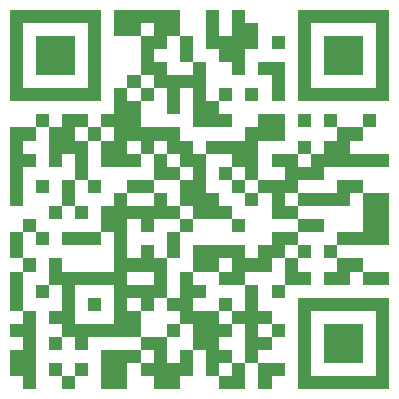
<source format=gbr>
G04 #@! TF.GenerationSoftware,KiCad,Pcbnew,8.0.6*
G04 #@! TF.CreationDate,2025-10-23T00:14:21-07:00*
G04 #@! TF.ProjectId,PCB_Business_Card,5043425f-4275-4736-996e-6573735f4361,rev?*
G04 #@! TF.SameCoordinates,Original*
G04 #@! TF.FileFunction,Soldermask,Bot*
G04 #@! TF.FilePolarity,Negative*
%FSLAX46Y46*%
G04 Gerber Fmt 4.6, Leading zero omitted, Abs format (unit mm)*
G04 Created by KiCad (PCBNEW 8.0.6) date 2025-10-23 00:14:21*
%MOMM*%
%LPD*%
G01*
G04 APERTURE LIST*
%ADD10C,0.000000*%
G04 APERTURE END LIST*
D10*
G36*
X123562882Y-58499127D02*
G01*
X123562882Y-60162882D01*
X121899126Y-60162882D01*
X120235371Y-60162882D01*
X120235371Y-58499127D01*
X120235371Y-56835371D01*
X121899126Y-56835371D01*
X123562882Y-56835371D01*
X123562882Y-58499127D01*
G37*
G36*
X121344541Y-69590830D02*
G01*
X121344541Y-70145415D01*
X120789956Y-70145415D01*
X120235371Y-70145415D01*
X120235371Y-69590830D01*
X120235371Y-69036245D01*
X120789956Y-69036245D01*
X121344541Y-69036245D01*
X121344541Y-69590830D01*
G37*
G36*
X121344541Y-78464192D02*
G01*
X121344541Y-79018777D01*
X120789956Y-79018777D01*
X120235371Y-79018777D01*
X120235371Y-78464192D01*
X120235371Y-77909607D01*
X120789956Y-77909607D01*
X121344541Y-77909607D01*
X121344541Y-78464192D01*
G37*
G36*
X122453712Y-71809170D02*
G01*
X122453712Y-72363756D01*
X121899126Y-72363756D01*
X121344541Y-72363756D01*
X121344541Y-71809170D01*
X121344541Y-71254585D01*
X121899126Y-71254585D01*
X122453712Y-71254585D01*
X122453712Y-71809170D01*
G37*
G36*
X122453712Y-82900874D02*
G01*
X122453712Y-83455459D01*
X121899126Y-83455459D01*
X121344541Y-83455459D01*
X121344541Y-82900874D01*
X121344541Y-82346288D01*
X121899126Y-82346288D01*
X122453712Y-82346288D01*
X122453712Y-82900874D01*
G37*
G36*
X125781223Y-74027511D02*
G01*
X125781223Y-74582096D01*
X124117467Y-74582096D01*
X122453712Y-74582096D01*
X122453712Y-74027511D01*
X122453712Y-73472926D01*
X124117467Y-73472926D01*
X125781223Y-73472926D01*
X125781223Y-74027511D01*
G37*
G36*
X125781223Y-79573363D02*
G01*
X125781223Y-80127948D01*
X125226637Y-80127948D01*
X124672052Y-80127948D01*
X124672052Y-79573363D01*
X124672052Y-79018777D01*
X125226637Y-79018777D01*
X125781223Y-79018777D01*
X125781223Y-79573363D01*
G37*
G36*
X132436244Y-74582096D02*
G01*
X132436244Y-75691267D01*
X131881659Y-75691267D01*
X131327074Y-75691267D01*
X131327074Y-74582096D01*
X131327074Y-73472926D01*
X131881659Y-73472926D01*
X132436244Y-73472926D01*
X132436244Y-74582096D01*
G37*
G36*
X132436244Y-81791703D02*
G01*
X132436244Y-82346288D01*
X131881659Y-82346288D01*
X131327074Y-82346288D01*
X131327074Y-81791703D01*
X131327074Y-81237118D01*
X131881659Y-81237118D01*
X132436244Y-81237118D01*
X132436244Y-81791703D01*
G37*
G36*
X133545415Y-72918341D02*
G01*
X133545415Y-73472926D01*
X132990830Y-73472926D01*
X132436244Y-73472926D01*
X132436244Y-72918341D01*
X132436244Y-72363756D01*
X132990830Y-72363756D01*
X133545415Y-72363756D01*
X133545415Y-72918341D01*
G37*
G36*
X136872926Y-79573363D02*
G01*
X136872926Y-80127948D01*
X136318340Y-80127948D01*
X135763755Y-80127948D01*
X135763755Y-79573363D01*
X135763755Y-79018777D01*
X136318340Y-79018777D01*
X136872926Y-79018777D01*
X136872926Y-79573363D01*
G37*
G36*
X137982096Y-72918341D02*
G01*
X137982096Y-73472926D01*
X137427511Y-73472926D01*
X136872926Y-73472926D01*
X136872926Y-72918341D01*
X136872926Y-72363756D01*
X137427511Y-72363756D01*
X137982096Y-72363756D01*
X137982096Y-72918341D01*
G37*
G36*
X139091266Y-61826638D02*
G01*
X139091266Y-62381223D01*
X138536681Y-62381223D01*
X137982096Y-62381223D01*
X137982096Y-61826638D01*
X137982096Y-61272053D01*
X138536681Y-61272053D01*
X139091266Y-61272053D01*
X139091266Y-61826638D01*
G37*
G36*
X141309607Y-57389956D02*
G01*
X141309607Y-57944542D01*
X140755022Y-57944542D01*
X140200437Y-57944542D01*
X140200437Y-57389956D01*
X140200437Y-56835371D01*
X140755022Y-56835371D01*
X141309607Y-56835371D01*
X141309607Y-57389956D01*
G37*
G36*
X141309607Y-78464192D02*
G01*
X141309607Y-79018777D01*
X140755022Y-79018777D01*
X140200437Y-79018777D01*
X140200437Y-78464192D01*
X140200437Y-77909607D01*
X140755022Y-77909607D01*
X141309607Y-77909607D01*
X141309607Y-78464192D01*
G37*
G36*
X143527947Y-64044978D02*
G01*
X143527947Y-64599563D01*
X142973362Y-64599563D01*
X142418777Y-64599563D01*
X142418777Y-64044978D01*
X142418777Y-63490393D01*
X142973362Y-63490393D01*
X143527947Y-63490393D01*
X143527947Y-64044978D01*
G37*
G36*
X147964629Y-58499127D02*
G01*
X147964629Y-60162882D01*
X146300873Y-60162882D01*
X144637118Y-60162882D01*
X144637118Y-58499127D01*
X144637118Y-56835371D01*
X146300873Y-56835371D01*
X147964629Y-56835371D01*
X147964629Y-58499127D01*
G37*
G36*
X147964629Y-82900874D02*
G01*
X147964629Y-84564629D01*
X146300873Y-84564629D01*
X144637118Y-84564629D01*
X144637118Y-82900874D01*
X144637118Y-81237118D01*
X146300873Y-81237118D01*
X147964629Y-81237118D01*
X147964629Y-82900874D01*
G37*
G36*
X141309607Y-60717467D02*
G01*
X141309607Y-62381223D01*
X140755022Y-62381223D01*
X140200437Y-62381223D01*
X140200437Y-61272053D01*
X140200437Y-60162882D01*
X139645851Y-60162882D01*
X139091266Y-60162882D01*
X139091266Y-59608297D01*
X139091266Y-59053712D01*
X140200437Y-59053712D01*
X141309607Y-59053712D01*
X141309607Y-60717467D01*
G37*
G36*
X119680786Y-75691267D02*
G01*
X120235371Y-75691267D01*
X120235371Y-76245852D01*
X120235371Y-76800437D01*
X119680786Y-76800437D01*
X119126201Y-76800437D01*
X119126201Y-76245852D01*
X119126201Y-75691267D01*
X119680786Y-75691267D01*
G37*
G36*
X119126201Y-74582096D02*
G01*
X119126201Y-75691267D01*
X118571616Y-75691267D01*
X118017030Y-75691267D01*
X118017030Y-74582096D01*
X118017030Y-73472926D01*
X118571616Y-73472926D01*
X119126201Y-73472926D01*
X119126201Y-74582096D01*
G37*
G36*
X120789956Y-73472926D02*
G01*
X121344541Y-73472926D01*
X121344541Y-74027511D01*
X121344541Y-74582096D01*
X120789956Y-74582096D01*
X120235371Y-74582096D01*
X120235371Y-74027511D01*
X120235371Y-73472926D01*
X120789956Y-73472926D01*
G37*
G36*
X120235371Y-72918341D02*
G01*
X120235371Y-73472926D01*
X119680786Y-73472926D01*
X119126201Y-73472926D01*
X119126201Y-72918341D01*
X119126201Y-72363756D01*
X119680786Y-72363756D01*
X120235371Y-72363756D01*
X120235371Y-72918341D01*
G37*
G36*
X124117467Y-71254585D02*
G01*
X124672052Y-71254585D01*
X124672052Y-71809170D01*
X124672052Y-72363756D01*
X124117467Y-72363756D01*
X123562882Y-72363756D01*
X123562882Y-71809170D01*
X123562882Y-71254585D01*
X124117467Y-71254585D01*
G37*
G36*
X123562882Y-70145415D02*
G01*
X123562882Y-71254585D01*
X123008297Y-71254585D01*
X122453712Y-71254585D01*
X122453712Y-70145415D01*
X122453712Y-69036245D01*
X123008297Y-69036245D01*
X123562882Y-69036245D01*
X123562882Y-70145415D01*
G37*
G36*
X125781223Y-62381223D02*
G01*
X121899126Y-62381223D01*
X118017030Y-62381223D01*
X118017030Y-58499127D01*
X118017030Y-55726201D01*
X119126201Y-55726201D01*
X119126201Y-58499127D01*
X119126201Y-61272053D01*
X121899126Y-61272053D01*
X124672052Y-61272053D01*
X124672052Y-58499127D01*
X124672052Y-55726201D01*
X121899126Y-55726201D01*
X119126201Y-55726201D01*
X118017030Y-55726201D01*
X118017030Y-54617031D01*
X121899126Y-54617031D01*
X125781223Y-54617031D01*
X125781223Y-58499127D01*
X125781223Y-62381223D01*
G37*
G36*
X150182969Y-62381223D02*
G01*
X146300873Y-62381223D01*
X142418777Y-62381223D01*
X142418777Y-58499127D01*
X142418777Y-55726201D01*
X143527947Y-55726201D01*
X143527947Y-58499127D01*
X143527947Y-61272053D01*
X146300873Y-61272053D01*
X149073799Y-61272053D01*
X149073799Y-58499127D01*
X149073799Y-55726201D01*
X146300873Y-55726201D01*
X143527947Y-55726201D01*
X142418777Y-55726201D01*
X142418777Y-54617031D01*
X146300873Y-54617031D01*
X150182969Y-54617031D01*
X150182969Y-58499127D01*
X150182969Y-62381223D01*
G37*
G36*
X150182969Y-86782970D02*
G01*
X146300873Y-86782970D01*
X142418777Y-86782970D01*
X142418777Y-82900874D01*
X142418777Y-80127948D01*
X143527947Y-80127948D01*
X143527947Y-82900874D01*
X143527947Y-85673799D01*
X146300873Y-85673799D01*
X149073799Y-85673799D01*
X149073799Y-82900874D01*
X149073799Y-80127948D01*
X146300873Y-80127948D01*
X143527947Y-80127948D01*
X142418777Y-80127948D01*
X142418777Y-79018777D01*
X146300873Y-79018777D01*
X150182969Y-79018777D01*
X150182969Y-82900874D01*
X150182969Y-86782970D01*
G37*
G36*
X120235371Y-65154149D02*
G01*
X120235371Y-65708734D01*
X119680786Y-65708734D01*
X119126201Y-65708734D01*
X119126201Y-66263319D01*
X119126201Y-66817904D01*
X119680786Y-66817904D01*
X120235371Y-66817904D01*
X120235371Y-67372489D01*
X120235371Y-67927074D01*
X119680786Y-67927074D01*
X119126201Y-67927074D01*
X119126201Y-69590830D01*
X119126201Y-71254585D01*
X118571616Y-71254585D01*
X118017030Y-71254585D01*
X118017030Y-67927074D01*
X118017030Y-64599563D01*
X119126201Y-64599563D01*
X120235371Y-64599563D01*
X120235371Y-65154149D01*
G37*
G36*
X122453712Y-85119214D02*
G01*
X122453712Y-85673799D01*
X123008297Y-85673799D01*
X123562882Y-85673799D01*
X123562882Y-85119214D01*
X123562882Y-84564629D01*
X124117467Y-84564629D01*
X124672052Y-84564629D01*
X124672052Y-85119214D01*
X124672052Y-85673799D01*
X124117467Y-85673799D01*
X123562882Y-85673799D01*
X123562882Y-86228384D01*
X123562882Y-86782970D01*
X123008297Y-86782970D01*
X122453712Y-86782970D01*
X122453712Y-86228384D01*
X122453712Y-85673799D01*
X121899126Y-85673799D01*
X121344541Y-85673799D01*
X121344541Y-85119214D01*
X121344541Y-84564629D01*
X121899126Y-84564629D01*
X122453712Y-84564629D01*
X122453712Y-85119214D01*
G37*
G36*
X138536681Y-70145415D02*
G01*
X139091266Y-70145415D01*
X139091266Y-70700000D01*
X139091266Y-71254585D01*
X138536681Y-71254585D01*
X137982096Y-71254585D01*
X137982096Y-70700000D01*
X137982096Y-70145415D01*
X138536681Y-70145415D01*
G37*
G36*
X137427511Y-69036245D02*
G01*
X137982096Y-69036245D01*
X137982096Y-69590830D01*
X137982096Y-70145415D01*
X137427511Y-70145415D01*
X136872926Y-70145415D01*
X136872926Y-69590830D01*
X136872926Y-69036245D01*
X137427511Y-69036245D01*
G37*
G36*
X136872926Y-68481660D02*
G01*
X136872926Y-69036245D01*
X136318340Y-69036245D01*
X135763755Y-69036245D01*
X135763755Y-68481660D01*
X135763755Y-67927074D01*
X136318340Y-67927074D01*
X136872926Y-67927074D01*
X136872926Y-68481660D01*
G37*
G36*
X119680786Y-80127948D02*
G01*
X120235371Y-80127948D01*
X120235371Y-83455459D01*
X120235371Y-86782970D01*
X119680786Y-86782970D01*
X119126201Y-86782970D01*
X119126201Y-86228384D01*
X119126201Y-85673799D01*
X118571616Y-85673799D01*
X118017030Y-85673799D01*
X118017030Y-84564629D01*
X118017030Y-83455459D01*
X118571616Y-83455459D01*
X119126201Y-83455459D01*
X119126201Y-82900874D01*
X119126201Y-82346288D01*
X118571616Y-82346288D01*
X118017030Y-82346288D01*
X118017030Y-81791703D01*
X118017030Y-81237118D01*
X118571616Y-81237118D01*
X119126201Y-81237118D01*
X119126201Y-80682533D01*
X119126201Y-80127948D01*
X119680786Y-80127948D01*
G37*
G36*
X119126201Y-78464192D02*
G01*
X119126201Y-80127948D01*
X118571616Y-80127948D01*
X118017030Y-80127948D01*
X118017030Y-78464192D01*
X118017030Y-76800437D01*
X118571616Y-76800437D01*
X119126201Y-76800437D01*
X119126201Y-78464192D01*
G37*
G36*
X135763755Y-55726201D02*
G01*
X135763755Y-56835371D01*
X136318340Y-56835371D01*
X136872926Y-56835371D01*
X136872926Y-55726201D01*
X136872926Y-54617031D01*
X137427511Y-54617031D01*
X137982096Y-54617031D01*
X137982096Y-55171616D01*
X137982096Y-55726201D01*
X138536681Y-55726201D01*
X139091266Y-55726201D01*
X139091266Y-56835371D01*
X139091266Y-57944542D01*
X138536681Y-57944542D01*
X137982096Y-57944542D01*
X137982096Y-59053712D01*
X137982096Y-60162882D01*
X137427511Y-60162882D01*
X136872926Y-60162882D01*
X136872926Y-59608297D01*
X136872926Y-59053712D01*
X136318340Y-59053712D01*
X135763755Y-59053712D01*
X135763755Y-58499127D01*
X135763755Y-57944542D01*
X135209170Y-57944542D01*
X134654585Y-57944542D01*
X134654585Y-56280786D01*
X134654585Y-54617031D01*
X135209170Y-54617031D01*
X135763755Y-54617031D01*
X135763755Y-55726201D01*
G37*
G36*
X146855458Y-75691267D02*
G01*
X147964629Y-75691267D01*
X147964629Y-76245852D01*
X147964629Y-76800437D01*
X147410044Y-76800437D01*
X146855458Y-76800437D01*
X146855458Y-77355022D01*
X146855458Y-77909607D01*
X145746288Y-77909607D01*
X144637118Y-77909607D01*
X144637118Y-77355022D01*
X144637118Y-76800437D01*
X145191703Y-76800437D01*
X145746288Y-76800437D01*
X145746288Y-76245852D01*
X145746288Y-75691267D01*
X146855458Y-75691267D01*
G37*
G36*
X149073799Y-76800437D02*
G01*
X150182969Y-76800437D01*
X150182969Y-77355022D01*
X150182969Y-77909607D01*
X149073799Y-77909607D01*
X147964629Y-77909607D01*
X147964629Y-77355022D01*
X147964629Y-76800437D01*
X149073799Y-76800437D01*
G37*
G36*
X145746288Y-75136681D02*
G01*
X145746288Y-75691267D01*
X145191703Y-75691267D01*
X144637118Y-75691267D01*
X144637118Y-75136681D01*
X144637118Y-74582096D01*
X145191703Y-74582096D01*
X145746288Y-74582096D01*
X145746288Y-75136681D01*
G37*
G36*
X130217904Y-82346288D02*
G01*
X131327074Y-82346288D01*
X131327074Y-83455459D01*
X131327074Y-84564629D01*
X131881659Y-84564629D01*
X132436244Y-84564629D01*
X132436244Y-84010044D01*
X132436244Y-83455459D01*
X132990830Y-83455459D01*
X133545415Y-83455459D01*
X133545415Y-84564629D01*
X133545415Y-85673799D01*
X132990830Y-85673799D01*
X132436244Y-85673799D01*
X132436244Y-86228384D01*
X132436244Y-86782970D01*
X131327074Y-86782970D01*
X130217904Y-86782970D01*
X130217904Y-86228384D01*
X130217904Y-85673799D01*
X129663319Y-85673799D01*
X129108733Y-85673799D01*
X129108733Y-85119214D01*
X129108733Y-84564629D01*
X128554148Y-84564629D01*
X127999563Y-84564629D01*
X127999563Y-85673799D01*
X127999563Y-86782970D01*
X126890393Y-86782970D01*
X125781223Y-86782970D01*
X125781223Y-85119214D01*
X125781223Y-83455459D01*
X127444978Y-83455459D01*
X129108733Y-83455459D01*
X129108733Y-84010044D01*
X129108733Y-84564629D01*
X129663319Y-84564629D01*
X130217904Y-84564629D01*
X130217904Y-84010044D01*
X130217904Y-83455459D01*
X129663319Y-83455459D01*
X129108733Y-83455459D01*
X129108733Y-82900874D01*
X129108733Y-82346288D01*
X130217904Y-82346288D01*
G37*
G36*
X131327074Y-79018777D02*
G01*
X131881659Y-79018777D01*
X132436244Y-79018777D01*
X132436244Y-77909607D01*
X132436244Y-76800437D01*
X132990830Y-76800437D01*
X133545415Y-76800437D01*
X133545415Y-77355022D01*
X133545415Y-77909607D01*
X134100000Y-77909607D01*
X134654585Y-77909607D01*
X134654585Y-78464192D01*
X134654585Y-79018777D01*
X134100000Y-79018777D01*
X133545415Y-79018777D01*
X133545415Y-79573363D01*
X133545415Y-80127948D01*
X134654585Y-80127948D01*
X135763755Y-80127948D01*
X135763755Y-80682533D01*
X135763755Y-81237118D01*
X136318340Y-81237118D01*
X136872926Y-81237118D01*
X136872926Y-80682533D01*
X136872926Y-80127948D01*
X137427511Y-80127948D01*
X137982096Y-80127948D01*
X137982096Y-79018777D01*
X137982096Y-77909607D01*
X138536681Y-77909607D01*
X139091266Y-77909607D01*
X139091266Y-79018777D01*
X139091266Y-80127948D01*
X139645851Y-80127948D01*
X140200437Y-80127948D01*
X140200437Y-80682533D01*
X140200437Y-81237118D01*
X139645851Y-81237118D01*
X139091266Y-81237118D01*
X139091266Y-81791703D01*
X139091266Y-82346288D01*
X139645851Y-82346288D01*
X140200437Y-82346288D01*
X140200437Y-81791703D01*
X140200437Y-81237118D01*
X140755022Y-81237118D01*
X141309607Y-81237118D01*
X141309607Y-81791703D01*
X141309607Y-82346288D01*
X140755022Y-82346288D01*
X140200437Y-82346288D01*
X140200437Y-82900874D01*
X140200437Y-83455459D01*
X139645851Y-83455459D01*
X139091266Y-83455459D01*
X139091266Y-84010044D01*
X139091266Y-84564629D01*
X138536681Y-84564629D01*
X137982096Y-84564629D01*
X137982096Y-85119214D01*
X137982096Y-85673799D01*
X137982096Y-86782970D01*
X136872926Y-86782970D01*
X135763755Y-86782970D01*
X135763755Y-86228384D01*
X135763755Y-85673799D01*
X135209170Y-85673799D01*
X134654585Y-85673799D01*
X134654585Y-84564629D01*
X135763755Y-84564629D01*
X135763755Y-85119214D01*
X135763755Y-85673799D01*
X136318340Y-85673799D01*
X136872926Y-85673799D01*
X136872926Y-85119214D01*
X136872926Y-84564629D01*
X136318340Y-84564629D01*
X135763755Y-84564629D01*
X134654585Y-84564629D01*
X134654585Y-83455459D01*
X134100000Y-83455459D01*
X133545415Y-83455459D01*
X133545415Y-82346288D01*
X135763755Y-82346288D01*
X135763755Y-82900874D01*
X135763755Y-83455459D01*
X136318340Y-83455459D01*
X136872926Y-83455459D01*
X136872926Y-84010044D01*
X136872926Y-84564629D01*
X137427511Y-84564629D01*
X137982096Y-84564629D01*
X137982096Y-82900874D01*
X137982096Y-81237118D01*
X137427511Y-81237118D01*
X136872926Y-81237118D01*
X136872926Y-81791703D01*
X136872926Y-82346288D01*
X136318340Y-82346288D01*
X135763755Y-82346288D01*
X133545415Y-82346288D01*
X133545415Y-81237118D01*
X132990830Y-81237118D01*
X132436244Y-81237118D01*
X132436244Y-80682533D01*
X132436244Y-80127948D01*
X131881659Y-80127948D01*
X131327074Y-80127948D01*
X131327074Y-79573363D01*
X131327074Y-79018777D01*
X130772489Y-79018777D01*
X130217904Y-79018777D01*
X130217904Y-79573363D01*
X130217904Y-80127948D01*
X129663319Y-80127948D01*
X129108733Y-80127948D01*
X129108733Y-79573363D01*
X129108733Y-79018777D01*
X128554148Y-79018777D01*
X127999563Y-79018777D01*
X127999563Y-79573363D01*
X127999563Y-80127948D01*
X128554148Y-80127948D01*
X129108733Y-80127948D01*
X129108733Y-81237118D01*
X129108733Y-82346288D01*
X126890393Y-82346288D01*
X124672052Y-82346288D01*
X124672052Y-82900874D01*
X124672052Y-83455459D01*
X124117467Y-83455459D01*
X123562882Y-83455459D01*
X123562882Y-82900874D01*
X123562882Y-82346288D01*
X123008297Y-82346288D01*
X122453712Y-82346288D01*
X122453712Y-81791703D01*
X122453712Y-81237118D01*
X121899126Y-81237118D01*
X121344541Y-81237118D01*
X121344541Y-80682533D01*
X121344541Y-80127948D01*
X121899126Y-80127948D01*
X122453712Y-80127948D01*
X122453712Y-79018777D01*
X122453712Y-77909607D01*
X123562882Y-77909607D01*
X123562882Y-79573363D01*
X123562882Y-81237118D01*
X125226637Y-81237118D01*
X126890393Y-81237118D01*
X126890393Y-79573363D01*
X126890393Y-77909607D01*
X125226637Y-77909607D01*
X123562882Y-77909607D01*
X122453712Y-77909607D01*
X121899126Y-77909607D01*
X121344541Y-77909607D01*
X121344541Y-76800437D01*
X121344541Y-75691267D01*
X121899126Y-75691267D01*
X122453712Y-75691267D01*
X122453712Y-76245852D01*
X122453712Y-76800437D01*
X124672052Y-76800437D01*
X126890393Y-76800437D01*
X127999563Y-76800437D01*
X127999563Y-77355022D01*
X127999563Y-77909607D01*
X129108733Y-77909607D01*
X130217904Y-77909607D01*
X130217904Y-77355022D01*
X130217904Y-76800437D01*
X129108733Y-76800437D01*
X127999563Y-76800437D01*
X126890393Y-76800437D01*
X126890393Y-75136681D01*
X126890393Y-73472926D01*
X126335808Y-73472926D01*
X125781223Y-73472926D01*
X125781223Y-72363756D01*
X125781223Y-71254585D01*
X126335808Y-71254585D01*
X126890393Y-71254585D01*
X126890393Y-70700000D01*
X126890393Y-70145415D01*
X127444978Y-70145415D01*
X127999563Y-70145415D01*
X127999563Y-70700000D01*
X127999563Y-71254585D01*
X129108733Y-71254585D01*
X130217904Y-71254585D01*
X130217904Y-70700000D01*
X130217904Y-70145415D01*
X130772489Y-70145415D01*
X131327074Y-70145415D01*
X131327074Y-70700000D01*
X131327074Y-71254585D01*
X131881659Y-71254585D01*
X132436244Y-71254585D01*
X132436244Y-71809170D01*
X132436244Y-72363756D01*
X131327074Y-72363756D01*
X130217904Y-72363756D01*
X130217904Y-72918341D01*
X130217904Y-73472926D01*
X129663319Y-73472926D01*
X129108733Y-73472926D01*
X129108733Y-72918341D01*
X129108733Y-72363756D01*
X128554148Y-72363756D01*
X127999563Y-72363756D01*
X127999563Y-74027511D01*
X127999563Y-75691267D01*
X128554148Y-75691267D01*
X129108733Y-75691267D01*
X129108733Y-75136681D01*
X129108733Y-74582096D01*
X129663319Y-74582096D01*
X130217904Y-74582096D01*
X130217904Y-75136681D01*
X130217904Y-75691267D01*
X130772489Y-75691267D01*
X131327074Y-75691267D01*
X131327074Y-77355022D01*
X131327074Y-79018777D01*
G37*
G36*
X140200437Y-84564629D02*
G01*
X141309607Y-84564629D01*
X141309607Y-85119214D01*
X141309607Y-85673799D01*
X140755022Y-85673799D01*
X140200437Y-85673799D01*
X140200437Y-86228384D01*
X140200437Y-86782970D01*
X139645851Y-86782970D01*
X139091266Y-86782970D01*
X139091266Y-85673799D01*
X139091266Y-84564629D01*
X140200437Y-84564629D01*
G37*
G36*
X142418777Y-74027511D02*
G01*
X142418777Y-74582096D01*
X141864192Y-74582096D01*
X141309607Y-74582096D01*
X141309607Y-75136681D01*
X141309607Y-75691267D01*
X141864192Y-75691267D01*
X142418777Y-75691267D01*
X142418777Y-75136681D01*
X142418777Y-74582096D01*
X142973362Y-74582096D01*
X143527947Y-74582096D01*
X143527947Y-75136681D01*
X143527947Y-75691267D01*
X142973362Y-75691267D01*
X142418777Y-75691267D01*
X142418777Y-76245852D01*
X142418777Y-76800437D01*
X142973362Y-76800437D01*
X143527947Y-76800437D01*
X143527947Y-77355022D01*
X143527947Y-77909607D01*
X142418777Y-77909607D01*
X141309607Y-77909607D01*
X141309607Y-76800437D01*
X141309607Y-75691267D01*
X140755022Y-75691267D01*
X140200437Y-75691267D01*
X140200437Y-76245852D01*
X140200437Y-76800437D01*
X139091266Y-76800437D01*
X137982096Y-76800437D01*
X137982096Y-77355022D01*
X137982096Y-77909607D01*
X136872926Y-77909607D01*
X135763755Y-77909607D01*
X135763755Y-77355022D01*
X135763755Y-76800437D01*
X136318340Y-76800437D01*
X136872926Y-76800437D01*
X136872926Y-76245852D01*
X136872926Y-75691267D01*
X136318340Y-75691267D01*
X135763755Y-75691267D01*
X135763755Y-76245852D01*
X135763755Y-76800437D01*
X134654585Y-76800437D01*
X133545415Y-76800437D01*
X133545415Y-75691267D01*
X133545415Y-74582096D01*
X135763755Y-74582096D01*
X137982096Y-74582096D01*
X137982096Y-75136681D01*
X137982096Y-75691267D01*
X138536681Y-75691267D01*
X139091266Y-75691267D01*
X139091266Y-75136681D01*
X139091266Y-74582096D01*
X139645851Y-74582096D01*
X140200437Y-74582096D01*
X140200437Y-74027511D01*
X140200437Y-73472926D01*
X141309607Y-73472926D01*
X142418777Y-73472926D01*
X142418777Y-74027511D01*
G37*
G36*
X130217904Y-69590830D02*
G01*
X130217904Y-70145415D01*
X129108733Y-70145415D01*
X127999563Y-70145415D01*
X127999563Y-69590830D01*
X127999563Y-69036245D01*
X129108733Y-69036245D01*
X130217904Y-69036245D01*
X130217904Y-69590830D01*
G37*
G36*
X149073799Y-70145415D02*
G01*
X150182969Y-70145415D01*
X150182969Y-72363756D01*
X150182969Y-74582096D01*
X147964629Y-74582096D01*
X145746288Y-74582096D01*
X145746288Y-74027511D01*
X145746288Y-73472926D01*
X146855458Y-73472926D01*
X147964629Y-73472926D01*
X147964629Y-71809170D01*
X147964629Y-70145415D01*
X149073799Y-70145415D01*
G37*
G36*
X143527947Y-72363756D02*
G01*
X144637118Y-72363756D01*
X144637118Y-72918341D01*
X144637118Y-73472926D01*
X143527947Y-73472926D01*
X142418777Y-73472926D01*
X142418777Y-72918341D01*
X142418777Y-72363756D01*
X143527947Y-72363756D01*
G37*
G36*
X132436244Y-56835371D02*
G01*
X131881659Y-56835371D01*
X131327074Y-56835371D01*
X131327074Y-57389956D01*
X131327074Y-57944542D01*
X130772489Y-57944542D01*
X130217904Y-57944542D01*
X130217904Y-58499127D01*
X130217904Y-59053712D01*
X130772489Y-59053712D01*
X131327074Y-59053712D01*
X131327074Y-59608297D01*
X131327074Y-60162882D01*
X132436244Y-60162882D01*
X133545415Y-60162882D01*
X133545415Y-59608297D01*
X133545415Y-59053712D01*
X134100000Y-59053712D01*
X134654585Y-59053712D01*
X134654585Y-60717467D01*
X134654585Y-62381223D01*
X135209170Y-62381223D01*
X135763755Y-62381223D01*
X135763755Y-61826638D01*
X135763755Y-61272053D01*
X136318340Y-61272053D01*
X136872926Y-61272053D01*
X136872926Y-61826638D01*
X136872926Y-62381223D01*
X136318340Y-62381223D01*
X135763755Y-62381223D01*
X135763755Y-62935808D01*
X135763755Y-63490393D01*
X136318340Y-63490393D01*
X136872926Y-63490393D01*
X136872926Y-64044978D01*
X136872926Y-64599563D01*
X135209170Y-64599563D01*
X133545415Y-64599563D01*
X133545415Y-62935808D01*
X133545415Y-61272053D01*
X132990830Y-61272053D01*
X132436244Y-61272053D01*
X132436244Y-62381223D01*
X132436244Y-63490393D01*
X131881659Y-63490393D01*
X131327074Y-63490393D01*
X131327074Y-62381223D01*
X131327074Y-61272053D01*
X130772489Y-61272053D01*
X130217904Y-61272053D01*
X130217904Y-61826638D01*
X130217904Y-62381223D01*
X129663319Y-62381223D01*
X129108733Y-62381223D01*
X129108733Y-63490393D01*
X129108733Y-64599563D01*
X130772489Y-64599563D01*
X132436244Y-64599563D01*
X132436244Y-65154149D01*
X132436244Y-65708734D01*
X132990830Y-65708734D01*
X133545415Y-65708734D01*
X133545415Y-66263319D01*
X133545415Y-66817904D01*
X134100000Y-66817904D01*
X134654585Y-66817904D01*
X134654585Y-66263319D01*
X134654585Y-65708734D01*
X136318340Y-65708734D01*
X137982096Y-65708734D01*
X137982096Y-65154149D01*
X137982096Y-64599563D01*
X138536681Y-64599563D01*
X139091266Y-64599563D01*
X139091266Y-64044978D01*
X139091266Y-63490393D01*
X140200437Y-63490393D01*
X141309607Y-63490393D01*
X141309607Y-64599563D01*
X141309607Y-65708734D01*
X140200437Y-65708734D01*
X139091266Y-65708734D01*
X139091266Y-67372489D01*
X139091266Y-69036245D01*
X140200437Y-69036245D01*
X141309607Y-69036245D01*
X141309607Y-68481660D01*
X141309607Y-67927074D01*
X140755022Y-67927074D01*
X140200437Y-67927074D01*
X140200437Y-67372489D01*
X140200437Y-66817904D01*
X141309607Y-66817904D01*
X142418777Y-66817904D01*
X142418777Y-67372489D01*
X142418777Y-67927074D01*
X142973362Y-67927074D01*
X143527947Y-67927074D01*
X143527947Y-67372489D01*
X143527947Y-66817904D01*
X142973362Y-66817904D01*
X142418777Y-66817904D01*
X142418777Y-66263319D01*
X142418777Y-65708734D01*
X142973362Y-65708734D01*
X143527947Y-65708734D01*
X143527947Y-66263319D01*
X143527947Y-66817904D01*
X144082533Y-66817904D01*
X144637118Y-66817904D01*
X144637118Y-66263319D01*
X144637118Y-65708734D01*
X145191703Y-65708734D01*
X145746288Y-65708734D01*
X145746288Y-65154149D01*
X145746288Y-64599563D01*
X145191703Y-64599563D01*
X144637118Y-64599563D01*
X144637118Y-64044978D01*
X144637118Y-63490393D01*
X145191703Y-63490393D01*
X145746288Y-63490393D01*
X145746288Y-64044978D01*
X145746288Y-64599563D01*
X146855458Y-64599563D01*
X147964629Y-64599563D01*
X147964629Y-64044978D01*
X147964629Y-63490393D01*
X148519214Y-63490393D01*
X149073799Y-63490393D01*
X149073799Y-64044978D01*
X149073799Y-64599563D01*
X148519214Y-64599563D01*
X147964629Y-64599563D01*
X147964629Y-65154149D01*
X147964629Y-65708734D01*
X147410044Y-65708734D01*
X146855458Y-65708734D01*
X146855458Y-66263319D01*
X146855458Y-66817904D01*
X148519214Y-66817904D01*
X150182969Y-66817904D01*
X150182969Y-67372489D01*
X150182969Y-67927074D01*
X147410044Y-67927074D01*
X144637118Y-67927074D01*
X144637118Y-68481660D01*
X144637118Y-69036245D01*
X143527947Y-69036245D01*
X142418777Y-69036245D01*
X142418777Y-69590830D01*
X142418777Y-70145415D01*
X144082533Y-70145415D01*
X145746288Y-70145415D01*
X145746288Y-69590830D01*
X145746288Y-69036245D01*
X146855458Y-69036245D01*
X147964629Y-69036245D01*
X147964629Y-69590830D01*
X147964629Y-70145415D01*
X147410044Y-70145415D01*
X146855458Y-70145415D01*
X146855458Y-70700000D01*
X146855458Y-71254585D01*
X144637118Y-71254585D01*
X142418777Y-71254585D01*
X142418777Y-71809170D01*
X142418777Y-72363756D01*
X141309607Y-72363756D01*
X140200437Y-72363756D01*
X140200437Y-71254585D01*
X140200437Y-70145415D01*
X141309607Y-70145415D01*
X141309607Y-70700000D01*
X141309607Y-71254585D01*
X141864192Y-71254585D01*
X142418777Y-71254585D01*
X142418777Y-70700000D01*
X142418777Y-70145415D01*
X141864192Y-70145415D01*
X141309607Y-70145415D01*
X140200437Y-70145415D01*
X139645851Y-70145415D01*
X139091266Y-70145415D01*
X139091266Y-69590830D01*
X139091266Y-69036245D01*
X138536681Y-69036245D01*
X137982096Y-69036245D01*
X137982096Y-68481660D01*
X137982096Y-67927074D01*
X137427511Y-67927074D01*
X136872926Y-67927074D01*
X136872926Y-67372489D01*
X136872926Y-66817904D01*
X135763755Y-66817904D01*
X134654585Y-66817904D01*
X134654585Y-67927074D01*
X134654585Y-68481660D01*
X134654585Y-70145415D01*
X135209170Y-70145415D01*
X135763755Y-70145415D01*
X135763755Y-70700000D01*
X135763755Y-71254585D01*
X136318340Y-71254585D01*
X136872926Y-71254585D01*
X136872926Y-71809170D01*
X136872926Y-72363756D01*
X135209170Y-72363756D01*
X133545415Y-72363756D01*
X133545415Y-71809170D01*
X133545415Y-71254585D01*
X132990830Y-71254585D01*
X132436244Y-71254585D01*
X132436244Y-70145415D01*
X132436244Y-69036245D01*
X131327074Y-69036245D01*
X130217904Y-69036245D01*
X130217904Y-67927074D01*
X130217904Y-66817904D01*
X130772489Y-66817904D01*
X131327074Y-66817904D01*
X131327074Y-67372489D01*
X131327074Y-67927074D01*
X131881659Y-67927074D01*
X132436244Y-67927074D01*
X132436244Y-68481660D01*
X132436244Y-69036245D01*
X132990830Y-69036245D01*
X133545415Y-69036245D01*
X133545415Y-68481660D01*
X133545415Y-67927074D01*
X132990830Y-67927074D01*
X132436244Y-67927074D01*
X132436244Y-67372489D01*
X132436244Y-66817904D01*
X131881659Y-66817904D01*
X131327074Y-66817904D01*
X131327074Y-66263319D01*
X131327074Y-65708734D01*
X130772489Y-65708734D01*
X130217904Y-65708734D01*
X130217904Y-66263319D01*
X130217904Y-66817904D01*
X129663319Y-66817904D01*
X129108733Y-66817904D01*
X129108733Y-67372489D01*
X129108733Y-67927074D01*
X127444978Y-67927074D01*
X125781223Y-67927074D01*
X125781223Y-66817904D01*
X125781223Y-65708734D01*
X126335808Y-65708734D01*
X126890393Y-65708734D01*
X127999563Y-65708734D01*
X127999563Y-66263319D01*
X127999563Y-66817904D01*
X128554148Y-66817904D01*
X129108733Y-66817904D01*
X129108733Y-66263319D01*
X129108733Y-65708734D01*
X128554148Y-65708734D01*
X127999563Y-65708734D01*
X126890393Y-65708734D01*
X126890393Y-65154149D01*
X126890393Y-64599563D01*
X126335808Y-64599563D01*
X125781223Y-64599563D01*
X125781223Y-65154149D01*
X125781223Y-65708734D01*
X125226637Y-65708734D01*
X124672052Y-65708734D01*
X124672052Y-67372489D01*
X124672052Y-69036245D01*
X124117467Y-69036245D01*
X123562882Y-69036245D01*
X123562882Y-67927074D01*
X123562882Y-66817904D01*
X123008297Y-66817904D01*
X122453712Y-66817904D01*
X122453712Y-67372489D01*
X122453712Y-67927074D01*
X121899126Y-67927074D01*
X121344541Y-67927074D01*
X121344541Y-66263319D01*
X121344541Y-64599563D01*
X120789956Y-64599563D01*
X120235371Y-64599563D01*
X120235371Y-64044978D01*
X120235371Y-63490393D01*
X120789956Y-63490393D01*
X121344541Y-63490393D01*
X121344541Y-64044978D01*
X121344541Y-64599563D01*
X121899126Y-64599563D01*
X122453712Y-64599563D01*
X123562882Y-64599563D01*
X123562882Y-65154149D01*
X123562882Y-65708734D01*
X124117467Y-65708734D01*
X124672052Y-65708734D01*
X124672052Y-65154149D01*
X124672052Y-64599563D01*
X124117467Y-64599563D01*
X123562882Y-64599563D01*
X122453712Y-64599563D01*
X122453712Y-64044978D01*
X122453712Y-63490393D01*
X123562882Y-63490393D01*
X124672052Y-63490393D01*
X124672052Y-64044978D01*
X124672052Y-64599563D01*
X125226637Y-64599563D01*
X125781223Y-64599563D01*
X125781223Y-64044978D01*
X125781223Y-63490393D01*
X126335808Y-63490393D01*
X126890393Y-63490393D01*
X126890393Y-62381223D01*
X126890393Y-61272053D01*
X127444978Y-61272053D01*
X127999563Y-61272053D01*
X127999563Y-61826638D01*
X127999563Y-62381223D01*
X128554148Y-62381223D01*
X129108733Y-62381223D01*
X129108733Y-61826638D01*
X129108733Y-61272053D01*
X128554148Y-61272053D01*
X127999563Y-61272053D01*
X127999563Y-60717467D01*
X127999563Y-60162882D01*
X128554148Y-60162882D01*
X129108733Y-60162882D01*
X129108733Y-60717467D01*
X129108733Y-61272053D01*
X129663319Y-61272053D01*
X130217904Y-61272053D01*
X130217904Y-60717467D01*
X130217904Y-60162882D01*
X129663319Y-60162882D01*
X129108733Y-60162882D01*
X129108733Y-58499127D01*
X129108733Y-56835371D01*
X127999563Y-56835371D01*
X126890393Y-56835371D01*
X126890393Y-55726201D01*
X129108733Y-55726201D01*
X129108733Y-56280786D01*
X129108733Y-56835371D01*
X129663319Y-56835371D01*
X130217904Y-56835371D01*
X130217904Y-56280786D01*
X130217904Y-55726201D01*
X129663319Y-55726201D01*
X129108733Y-55726201D01*
X126890393Y-55726201D01*
X126890393Y-54617031D01*
X129663319Y-54617031D01*
X132436244Y-54617031D01*
X132436244Y-55726201D01*
X132436244Y-56280786D01*
X132436244Y-56835371D01*
G37*
G36*
X125226637Y-69036245D02*
G01*
X125781223Y-69036245D01*
X125781223Y-69590830D01*
X125781223Y-70145415D01*
X125226637Y-70145415D01*
X124672052Y-70145415D01*
X124672052Y-69590830D01*
X124672052Y-69036245D01*
X125226637Y-69036245D01*
G37*
G36*
X132990830Y-56835371D02*
G01*
X133545415Y-56835371D01*
X133545415Y-57944542D01*
X133545415Y-59053712D01*
X132990830Y-59053712D01*
X132436244Y-59053712D01*
X132436244Y-57944542D01*
X132436244Y-56835371D01*
X132990830Y-56835371D01*
G37*
M02*

</source>
